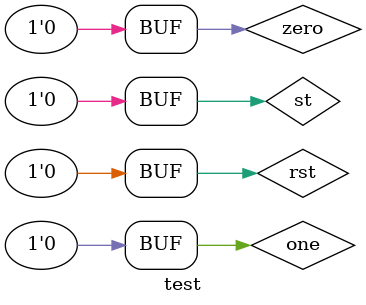
<source format=v>
`timescale 1ns / 1ps

module test;

	// Inputs
	reg rst;
	reg one;
	reg zero;
	reg st;

	// Outputs
	wire op;

	// Instantiate the Unit Under Test (UUT)
	sequence_detector uut (
		.rst(rst), 
		.one(one), 
		.zero(zero), 
		.op(op),
		.st(st)
	);

	initial begin
		// Initialize Inputs
		rst = 0;
		one = 0;
		zero = 0;
		st = 0;

		// Wait 100 ns for global reset to finish
		#100;
			#50 rst=1; #50 rst=0;
			#100 zero=1; #50 zero=0; #50 st=1; #50 st=0;
			#100 one=1;#50 one=0; #50 st=1; #50 st=0;
			#100 one=1; #50 one=0; #50 st=1; #50 st=0;
			#100 zero=1; #50 zero=0; #50 st=1; #50 st=0;
			#100 zero=1;#50 zero=0; #50 st=1; #50 st=0;
			#100 one=1; #50 one=0; #50 st=1; #50 st=0;
			//#30 rst=1;
			#50 rst=1; #50 rst=0;
			#100 one=1; #50 one=0; #50 st=1; #50 st=0;
			#100 zero=1;#50 zero=0; #50 st=1; #50 st=0;
			#100 zero=1;#50 zero=0; #50 st=1; #50 st=0;
			#100 one=1; #50 one=0; #50 st=1; #50 st=0;
			#100 zero=1;#50 zero=0; #50 st=1; #50 st=0;
			#100 one=1; #50 one=0; #50 st=1; #50 st=0;
			
			//#5 rst=1; #5 rst=0;
			#100 zero=1; #50 zero=0; #50 st=1; #50 st=0;
			#100 one=1;#50 one=0; #50 st=1; #50 st=0;
			#100 one=1; #50 one=0; #50 st=1; #50 st=0;
			#100 zero=1; #50 zero=0; #50 st=1; #50 st=0;
			#100 zero=1;#50 zero=0; #50 st=1; #50 st=0;
			#100 one=1; #50 one=0; #50 st=1; #50 st=0;
		// Add stimulus here

	end
      
endmodule


</source>
